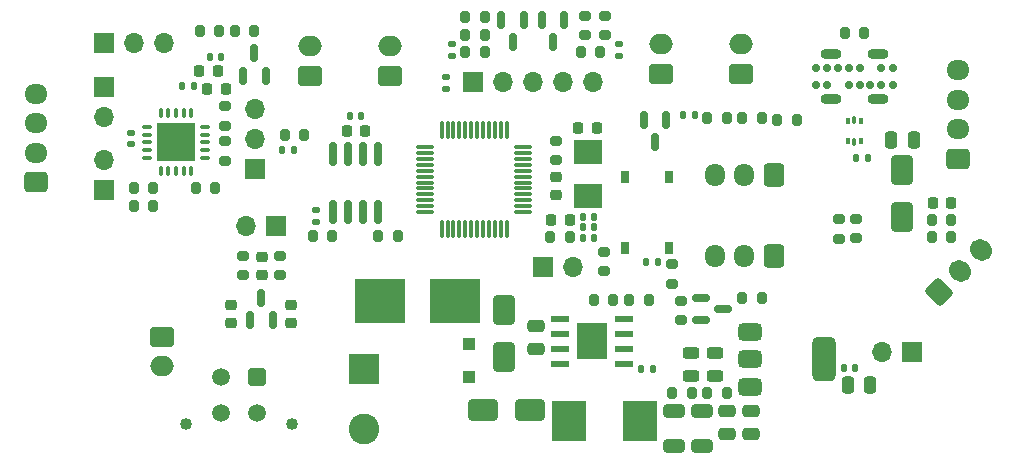
<source format=gbr>
%TF.GenerationSoftware,KiCad,Pcbnew,8.0.2-1*%
%TF.CreationDate,2024-05-27T23:14:56-04:00*%
%TF.ProjectId,checkpoint,63686563-6b70-46f6-996e-742e6b696361,v1.1*%
%TF.SameCoordinates,Original*%
%TF.FileFunction,Soldermask,Top*%
%TF.FilePolarity,Negative*%
%FSLAX46Y46*%
G04 Gerber Fmt 4.6, Leading zero omitted, Abs format (unit mm)*
G04 Created by KiCad (PCBNEW 8.0.2-1) date 2024-05-27 23:14:56*
%MOMM*%
%LPD*%
G01*
G04 APERTURE LIST*
G04 Aperture macros list*
%AMRoundRect*
0 Rectangle with rounded corners*
0 $1 Rounding radius*
0 $2 $3 $4 $5 $6 $7 $8 $9 X,Y pos of 4 corners*
0 Add a 4 corners polygon primitive as box body*
4,1,4,$2,$3,$4,$5,$6,$7,$8,$9,$2,$3,0*
0 Add four circle primitives for the rounded corners*
1,1,$1+$1,$2,$3*
1,1,$1+$1,$4,$5*
1,1,$1+$1,$6,$7*
1,1,$1+$1,$8,$9*
0 Add four rect primitives between the rounded corners*
20,1,$1+$1,$2,$3,$4,$5,0*
20,1,$1+$1,$4,$5,$6,$7,0*
20,1,$1+$1,$6,$7,$8,$9,0*
20,1,$1+$1,$8,$9,$2,$3,0*%
%AMHorizOval*
0 Thick line with rounded ends*
0 $1 width*
0 $2 $3 position (X,Y) of the first rounded end (center of the circle)*
0 $4 $5 position (X,Y) of the second rounded end (center of the circle)*
0 Add line between two ends*
20,1,$1,$2,$3,$4,$5,0*
0 Add two circle primitives to create the rounded ends*
1,1,$1,$2,$3*
1,1,$1,$4,$5*%
G04 Aperture macros list end*
%ADD10RoundRect,0.250000X0.750000X-0.600000X0.750000X0.600000X-0.750000X0.600000X-0.750000X-0.600000X0*%
%ADD11O,2.000000X1.700000*%
%ADD12RoundRect,0.140000X0.140000X0.170000X-0.140000X0.170000X-0.140000X-0.170000X0.140000X-0.170000X0*%
%ADD13RoundRect,0.200000X0.275000X-0.200000X0.275000X0.200000X-0.275000X0.200000X-0.275000X-0.200000X0*%
%ADD14RoundRect,0.250000X0.475000X-0.250000X0.475000X0.250000X-0.475000X0.250000X-0.475000X-0.250000X0*%
%ADD15RoundRect,0.200000X0.200000X0.275000X-0.200000X0.275000X-0.200000X-0.275000X0.200000X-0.275000X0*%
%ADD16R,1.700000X1.700000*%
%ADD17O,1.700000X1.700000*%
%ADD18RoundRect,0.075000X-0.075000X0.337500X-0.075000X-0.337500X0.075000X-0.337500X0.075000X0.337500X0*%
%ADD19RoundRect,0.075000X-0.337500X0.075000X-0.337500X-0.075000X0.337500X-0.075000X0.337500X0.075000X0*%
%ADD20R,3.250000X3.250000*%
%ADD21RoundRect,0.250000X-0.475000X0.250000X-0.475000X-0.250000X0.475000X-0.250000X0.475000X0.250000X0*%
%ADD22RoundRect,0.093750X-0.093750X0.156250X-0.093750X-0.156250X0.093750X-0.156250X0.093750X0.156250X0*%
%ADD23RoundRect,0.075000X-0.075000X0.250000X-0.075000X-0.250000X0.075000X-0.250000X0.075000X0.250000X0*%
%ADD24RoundRect,0.225000X0.225000X0.250000X-0.225000X0.250000X-0.225000X-0.250000X0.225000X-0.250000X0*%
%ADD25RoundRect,0.140000X-0.170000X0.140000X-0.170000X-0.140000X0.170000X-0.140000X0.170000X0.140000X0*%
%ADD26RoundRect,0.250000X0.650000X-1.000000X0.650000X1.000000X-0.650000X1.000000X-0.650000X-1.000000X0*%
%ADD27RoundRect,0.200000X-0.200000X-0.275000X0.200000X-0.275000X0.200000X0.275000X-0.200000X0.275000X0*%
%ADD28RoundRect,0.150000X0.150000X-0.587500X0.150000X0.587500X-0.150000X0.587500X-0.150000X-0.587500X0*%
%ADD29RoundRect,0.243750X-0.456250X0.243750X-0.456250X-0.243750X0.456250X-0.243750X0.456250X0.243750X0*%
%ADD30RoundRect,0.140000X-0.140000X-0.170000X0.140000X-0.170000X0.140000X0.170000X-0.140000X0.170000X0*%
%ADD31RoundRect,0.250000X-0.650000X0.325000X-0.650000X-0.325000X0.650000X-0.325000X0.650000X0.325000X0*%
%ADD32RoundRect,0.250000X-0.750000X0.600000X-0.750000X-0.600000X0.750000X-0.600000X0.750000X0.600000X0*%
%ADD33RoundRect,0.218750X0.218750X0.256250X-0.218750X0.256250X-0.218750X-0.256250X0.218750X-0.256250X0*%
%ADD34RoundRect,0.075000X0.662500X0.075000X-0.662500X0.075000X-0.662500X-0.075000X0.662500X-0.075000X0*%
%ADD35RoundRect,0.075000X0.075000X0.662500X-0.075000X0.662500X-0.075000X-0.662500X0.075000X-0.662500X0*%
%ADD36R,2.600000X2.600000*%
%ADD37C,2.600000*%
%ADD38RoundRect,0.150000X-0.150000X0.587500X-0.150000X-0.587500X0.150000X-0.587500X0.150000X0.587500X0*%
%ADD39RoundRect,0.250000X-0.250000X-0.475000X0.250000X-0.475000X0.250000X0.475000X-0.250000X0.475000X0*%
%ADD40RoundRect,0.225000X-0.250000X0.225000X-0.250000X-0.225000X0.250000X-0.225000X0.250000X0.225000X0*%
%ADD41RoundRect,0.150000X-0.150000X0.825000X-0.150000X-0.825000X0.150000X-0.825000X0.150000X0.825000X0*%
%ADD42RoundRect,0.250000X0.600000X0.725000X-0.600000X0.725000X-0.600000X-0.725000X0.600000X-0.725000X0*%
%ADD43O,1.700000X1.950000*%
%ADD44RoundRect,0.200000X-0.275000X0.200000X-0.275000X-0.200000X0.275000X-0.200000X0.275000X0.200000X0*%
%ADD45R,1.550000X0.600000*%
%ADD46R,2.600000X3.100000*%
%ADD47RoundRect,0.375000X-0.625000X-0.375000X0.625000X-0.375000X0.625000X0.375000X-0.625000X0.375000X0*%
%ADD48RoundRect,0.500000X-0.500000X-1.400000X0.500000X-1.400000X0.500000X1.400000X-0.500000X1.400000X0*%
%ADD49R,4.240000X3.810000*%
%ADD50R,3.000000X3.500000*%
%ADD51RoundRect,0.225000X-0.225000X-0.250000X0.225000X-0.250000X0.225000X0.250000X-0.225000X0.250000X0*%
%ADD52R,2.400000X2.000000*%
%ADD53RoundRect,0.225000X0.250000X-0.225000X0.250000X0.225000X-0.250000X0.225000X-0.250000X-0.225000X0*%
%ADD54RoundRect,0.250000X0.725000X-0.600000X0.725000X0.600000X-0.725000X0.600000X-0.725000X-0.600000X0*%
%ADD55O,1.950000X1.700000*%
%ADD56R,0.750000X1.000000*%
%ADD57RoundRect,0.250000X1.000000X0.650000X-1.000000X0.650000X-1.000000X-0.650000X1.000000X-0.650000X0*%
%ADD58RoundRect,0.150000X-0.150000X-0.150000X0.150000X-0.150000X0.150000X0.150000X-0.150000X0.150000X0*%
%ADD59O,1.800000X0.900000*%
%ADD60RoundRect,0.250000X-0.300000X0.300000X-0.300000X-0.300000X0.300000X-0.300000X0.300000X0.300000X0*%
%ADD61RoundRect,0.150000X-0.587500X-0.150000X0.587500X-0.150000X0.587500X0.150000X-0.587500X0.150000X0*%
%ADD62C,1.020000*%
%ADD63RoundRect,0.250001X0.499999X0.499999X-0.499999X0.499999X-0.499999X-0.499999X0.499999X-0.499999X0*%
%ADD64C,1.500000*%
%ADD65RoundRect,0.250000X0.088388X-0.936916X0.936916X-0.088388X-0.088388X0.936916X-0.936916X0.088388X0*%
%ADD66HorizOval,1.700000X-0.088388X0.088388X0.088388X-0.088388X0*%
G04 APERTURE END LIST*
D10*
%TO.C,J1*%
X27039592Y-7108882D03*
D11*
X27039592Y-4608882D03*
%TD*%
D12*
%TO.C,C5*%
X19479592Y-5488882D03*
X18519592Y-5488882D03*
%TD*%
D13*
%TO.C,R23*%
X71810000Y-20885000D03*
X71810000Y-19235000D03*
%TD*%
D12*
%TO.C,C6*%
X17170000Y-7980000D03*
X16210000Y-7980000D03*
%TD*%
D14*
%TO.C,C27*%
X46140000Y-30208882D03*
X46140000Y-28308882D03*
%TD*%
D15*
%TO.C,R35*%
X55704592Y-26058882D03*
X54054592Y-26058882D03*
%TD*%
D12*
%TO.C,C4*%
X59569592Y-10388882D03*
X58609592Y-10388882D03*
%TD*%
D16*
%TO.C,JP1*%
X24144592Y-19858882D03*
D17*
X21604592Y-19858882D03*
%TD*%
D18*
%TO.C,U1*%
X16979592Y-10285793D03*
X16329592Y-10285793D03*
X15679592Y-10285793D03*
X15029592Y-10285793D03*
X14379592Y-10285793D03*
D19*
X13242092Y-11423293D03*
X13242092Y-12073293D03*
X13242092Y-12723293D03*
X13242092Y-13373293D03*
X13242092Y-14023293D03*
D18*
X14379592Y-15160793D03*
X15029592Y-15160793D03*
X15679592Y-15160793D03*
X16329592Y-15160793D03*
X16979592Y-15160793D03*
D19*
X18117092Y-14023293D03*
X18117092Y-13373293D03*
X18117092Y-12723293D03*
X18117092Y-12073293D03*
X18117092Y-11423293D03*
D20*
X15679592Y-12723293D03*
%TD*%
D15*
%TO.C,R10*%
X41805000Y-2147500D03*
X40155000Y-2147500D03*
%TD*%
D21*
%TO.C,C30*%
X62349592Y-35498882D03*
X62349592Y-37398882D03*
%TD*%
D15*
%TO.C,R13*%
X18985000Y-16560000D03*
X17335000Y-16560000D03*
%TD*%
D13*
%TO.C,R20*%
X24469592Y-24003882D03*
X24469592Y-22353882D03*
%TD*%
%TO.C,R26*%
X57620000Y-24725000D03*
X57620000Y-23075000D03*
%TD*%
%TO.C,R7*%
X50260000Y-3675000D03*
X50260000Y-2025000D03*
%TD*%
D22*
%TO.C,U4*%
X73632092Y-10948882D03*
D23*
X73094592Y-10873882D03*
D22*
X72557092Y-10948882D03*
X72557092Y-12648882D03*
D23*
X73094592Y-12723882D03*
D22*
X73632092Y-12648882D03*
%TD*%
D24*
%TO.C,C20*%
X51289592Y-11553882D03*
X49739592Y-11553882D03*
%TD*%
D25*
%TO.C,C3*%
X53180000Y-4430000D03*
X53180000Y-5390000D03*
%TD*%
D26*
%TO.C,D10*%
X43400000Y-30907500D03*
X43400000Y-26907500D03*
%TD*%
D12*
%TO.C,C1*%
X25619592Y-13380000D03*
X24659592Y-13380000D03*
%TD*%
D25*
%TO.C,C7*%
X11844592Y-11908882D03*
X11844592Y-12868882D03*
%TD*%
D27*
%TO.C,R8*%
X63624592Y-10648882D03*
X65274592Y-10648882D03*
%TD*%
D24*
%TO.C,C8*%
X31668668Y-11746607D03*
X30118668Y-11746607D03*
%TD*%
D28*
%TO.C,D5*%
X21944592Y-27771382D03*
X23844592Y-27771382D03*
X22894592Y-25896382D03*
%TD*%
D29*
%TO.C,D8*%
X61280000Y-30602500D03*
X61280000Y-32477500D03*
%TD*%
D30*
%TO.C,C18*%
X50110000Y-20860000D03*
X51070000Y-20860000D03*
%TD*%
D31*
%TO.C,C31*%
X60194592Y-35508882D03*
X60194592Y-38458882D03*
%TD*%
D10*
%TO.C,J2*%
X33824592Y-7108882D03*
D11*
X33824592Y-4608882D03*
%TD*%
D15*
%TO.C,R34*%
X62305000Y-33950000D03*
X60655000Y-33950000D03*
%TD*%
D32*
%TO.C,J10*%
X14515000Y-29190000D03*
D11*
X14515000Y-31690000D03*
%TD*%
D31*
%TO.C,C32*%
X57869592Y-35508882D03*
X57869592Y-38458882D03*
%TD*%
D33*
%TO.C,L2*%
X48987092Y-19278882D03*
X47412092Y-19278882D03*
%TD*%
D15*
%TO.C,R6*%
X41795000Y-3607500D03*
X40145000Y-3607500D03*
%TD*%
D13*
%TO.C,R21*%
X21369592Y-23983882D03*
X21369592Y-22333882D03*
%TD*%
D34*
%TO.C,U3*%
X45067092Y-18641382D03*
X45067092Y-18141382D03*
X45067092Y-17641382D03*
X45067092Y-17141382D03*
X45067092Y-16641382D03*
X45067092Y-16141382D03*
X45067092Y-15641382D03*
X45067092Y-15141382D03*
X45067092Y-14641382D03*
X45067092Y-14141382D03*
X45067092Y-13641382D03*
X45067092Y-13141382D03*
D35*
X43654592Y-11728882D03*
X43154592Y-11728882D03*
X42654592Y-11728882D03*
X42154592Y-11728882D03*
X41654592Y-11728882D03*
X41154592Y-11728882D03*
X40654592Y-11728882D03*
X40154592Y-11728882D03*
X39654592Y-11728882D03*
X39154592Y-11728882D03*
X38654592Y-11728882D03*
X38154592Y-11728882D03*
D34*
X36742092Y-13141382D03*
X36742092Y-13641382D03*
X36742092Y-14141382D03*
X36742092Y-14641382D03*
X36742092Y-15141382D03*
X36742092Y-15641382D03*
X36742092Y-16141382D03*
X36742092Y-16641382D03*
X36742092Y-17141382D03*
X36742092Y-17641382D03*
X36742092Y-18141382D03*
X36742092Y-18641382D03*
D35*
X38154592Y-20053882D03*
X38654592Y-20053882D03*
X39154592Y-20053882D03*
X39654592Y-20053882D03*
X40154592Y-20053882D03*
X40654592Y-20053882D03*
X41154592Y-20053882D03*
X41654592Y-20053882D03*
X42154592Y-20053882D03*
X42654592Y-20053882D03*
X43154592Y-20053882D03*
X43654592Y-20053882D03*
%TD*%
D15*
%TO.C,R28*%
X59345000Y-33950000D03*
X57695000Y-33950000D03*
%TD*%
D13*
%TO.C,R25*%
X51930000Y-23645000D03*
X51930000Y-21995000D03*
%TD*%
D15*
%TO.C,R29*%
X49024592Y-20738882D03*
X47374592Y-20738882D03*
%TD*%
D29*
%TO.C,D6*%
X59230000Y-30602500D03*
X59230000Y-32477500D03*
%TD*%
D15*
%TO.C,R12*%
X68235000Y-10830000D03*
X66585000Y-10830000D03*
%TD*%
D36*
%TO.C,J18*%
X31625000Y-31955000D03*
D37*
X31625000Y-37035000D03*
%TD*%
D15*
%TO.C,R31*%
X65275000Y-25900000D03*
X63625000Y-25900000D03*
%TD*%
D27*
%TO.C,R24*%
X79675000Y-20750000D03*
X81325000Y-20750000D03*
%TD*%
D13*
%TO.C,R11*%
X51980000Y-3665000D03*
X51980000Y-2015000D03*
%TD*%
D15*
%TO.C,R33*%
X73925000Y-3520000D03*
X72275000Y-3520000D03*
%TD*%
%TO.C,R5*%
X22284592Y-3268882D03*
X20634592Y-3268882D03*
%TD*%
D26*
%TO.C,D7*%
X77140000Y-19090000D03*
X77140000Y-15090000D03*
%TD*%
D38*
%TO.C,D2*%
X45120000Y-2400000D03*
X43220000Y-2400000D03*
X44170000Y-4275000D03*
%TD*%
D39*
%TO.C,C25*%
X72530000Y-33270000D03*
X74430000Y-33270000D03*
%TD*%
D40*
%TO.C,C17*%
X47839592Y-15653882D03*
X47839592Y-17203882D03*
%TD*%
D12*
%TO.C,C14*%
X56460000Y-22880000D03*
X55500000Y-22880000D03*
%TD*%
D41*
%TO.C,U2*%
X32765000Y-13705000D03*
X31495000Y-13705000D03*
X30225000Y-13705000D03*
X28955000Y-13705000D03*
X28955000Y-18655000D03*
X30225000Y-18655000D03*
X31495000Y-18655000D03*
X32765000Y-18655000D03*
%TD*%
D16*
%TO.C,JP2*%
X77953454Y-30490000D03*
D17*
X75413454Y-30490000D03*
%TD*%
D38*
%TO.C,D3*%
X48522500Y-2392500D03*
X46622500Y-2392500D03*
X47572500Y-4267500D03*
%TD*%
D16*
%TO.C,J8*%
X9539592Y-16788882D03*
D17*
X9539592Y-14248882D03*
%TD*%
D30*
%TO.C,C24*%
X73279592Y-14038882D03*
X74239592Y-14038882D03*
%TD*%
D42*
%TO.C,J15*%
X66300000Y-22320000D03*
D43*
X63800000Y-22320000D03*
X61300000Y-22320000D03*
%TD*%
D25*
%TO.C,C10*%
X27544592Y-18478882D03*
X27544592Y-19438882D03*
%TD*%
D44*
%TO.C,R22*%
X73270000Y-19225000D03*
X73270000Y-20875000D03*
%TD*%
D13*
%TO.C,R17*%
X19830000Y-11315000D03*
X19830000Y-9665000D03*
%TD*%
D45*
%TO.C,U6*%
X53579592Y-31483882D03*
X53579592Y-30213882D03*
X53579592Y-28943882D03*
X53579592Y-27673882D03*
X48179592Y-27673882D03*
X48179592Y-28943882D03*
X48179592Y-30213882D03*
X48179592Y-31483882D03*
D46*
X50879592Y-29578882D03*
%TD*%
D30*
%TO.C,C22*%
X50110000Y-19020000D03*
X51070000Y-19020000D03*
%TD*%
D47*
%TO.C,U5*%
X64229592Y-28818882D03*
X64229592Y-31118882D03*
D48*
X70529592Y-31118882D03*
D47*
X64229592Y-33418882D03*
%TD*%
D16*
%TO.C,J16*%
X40810000Y-7630000D03*
D17*
X43350000Y-7630000D03*
X45890000Y-7630000D03*
X48430000Y-7630000D03*
X50970000Y-7630000D03*
%TD*%
D16*
%TO.C,J6*%
X9534592Y-4358882D03*
D17*
X12074592Y-4358882D03*
X14614592Y-4358882D03*
%TD*%
D30*
%TO.C,C26*%
X72210000Y-31820000D03*
X73170000Y-31820000D03*
%TD*%
D10*
%TO.C,J3*%
X56739592Y-6908882D03*
D11*
X56739592Y-4408882D03*
%TD*%
D39*
%TO.C,C23*%
X76240000Y-12550000D03*
X78140000Y-12550000D03*
%TD*%
D15*
%TO.C,R18*%
X34435000Y-20650000D03*
X32785000Y-20650000D03*
%TD*%
D21*
%TO.C,C29*%
X64319592Y-35498882D03*
X64319592Y-37398882D03*
%TD*%
D44*
%TO.C,R16*%
X19844592Y-12625000D03*
X19844592Y-14275000D03*
%TD*%
D49*
%TO.C,F1*%
X39275000Y-26140000D03*
X32905000Y-26140000D03*
%TD*%
D16*
%TO.C,J5*%
X9549592Y-8019471D03*
D17*
X9549592Y-10559471D03*
%TD*%
D44*
%TO.C,R32*%
X47839592Y-12603882D03*
X47839592Y-14253882D03*
%TD*%
D50*
%TO.C,L3*%
X48940000Y-36330000D03*
X54940000Y-36330000D03*
%TD*%
D30*
%TO.C,C28*%
X55079592Y-31958882D03*
X56039592Y-31958882D03*
%TD*%
D51*
%TO.C,C15*%
X79725000Y-17830000D03*
X81275000Y-17830000D03*
%TD*%
D16*
%TO.C,J11*%
X46719592Y-23278882D03*
D17*
X49259592Y-23278882D03*
%TD*%
D52*
%TO.C,Y1*%
X50539592Y-17278882D03*
X50539592Y-13578882D03*
%TD*%
D25*
%TO.C,C19*%
X38540000Y-7220000D03*
X38540000Y-8180000D03*
%TD*%
D53*
%TO.C,C13*%
X20309592Y-28043882D03*
X20309592Y-26493882D03*
%TD*%
D27*
%TO.C,R2*%
X40145000Y-5087500D03*
X41795000Y-5087500D03*
%TD*%
D28*
%TO.C,D1*%
X21359592Y-7086382D03*
X23259592Y-7086382D03*
X22309592Y-5211382D03*
%TD*%
D30*
%TO.C,C21*%
X50120000Y-19940000D03*
X51080000Y-19940000D03*
%TD*%
D15*
%TO.C,R3*%
X51595000Y-5060000D03*
X49945000Y-5060000D03*
%TD*%
D42*
%TO.C,J14*%
X66290000Y-15535000D03*
D43*
X63790000Y-15535000D03*
X61290000Y-15535000D03*
%TD*%
D24*
%TO.C,C16*%
X19204592Y-6678882D03*
X17654592Y-6678882D03*
%TD*%
D54*
%TO.C,J7*%
X3790000Y-16110000D03*
D55*
X3790000Y-13610000D03*
X3790000Y-11110000D03*
X3790000Y-8610000D03*
%TD*%
D27*
%TO.C,R4*%
X60654592Y-10648882D03*
X62304592Y-10648882D03*
%TD*%
D56*
%TO.C,SW1*%
X53665000Y-21668882D03*
X53665000Y-15668882D03*
X57415000Y-21668882D03*
X57415000Y-15668882D03*
%TD*%
D15*
%TO.C,R36*%
X52704592Y-26058882D03*
X51054592Y-26058882D03*
%TD*%
D44*
%TO.C,R30*%
X58400000Y-26165000D03*
X58400000Y-27815000D03*
%TD*%
D40*
%TO.C,C12*%
X25369592Y-26483882D03*
X25369592Y-28033882D03*
%TD*%
D33*
%TO.C,L1*%
X19885000Y-8260000D03*
X18310000Y-8260000D03*
%TD*%
D25*
%TO.C,C2*%
X39030000Y-4440000D03*
X39030000Y-5400000D03*
%TD*%
D38*
%TO.C,D4*%
X57160000Y-10842500D03*
X55260000Y-10842500D03*
X56210000Y-12717500D03*
%TD*%
D54*
%TO.C,J13*%
X81840000Y-14140000D03*
D55*
X81840000Y-11640000D03*
X81840000Y-9140000D03*
X81840000Y-6640000D03*
%TD*%
D27*
%TO.C,R15*%
X12069592Y-16583882D03*
X13719592Y-16583882D03*
%TD*%
D40*
%TO.C,C11*%
X22919592Y-22403882D03*
X22919592Y-23953882D03*
%TD*%
D15*
%TO.C,R19*%
X28915000Y-20630000D03*
X27265000Y-20630000D03*
%TD*%
D57*
%TO.C,D11*%
X45640000Y-35410000D03*
X41640000Y-35410000D03*
%TD*%
D12*
%TO.C,C9*%
X31324592Y-10533882D03*
X30364592Y-10533882D03*
%TD*%
D58*
%TO.C,J17*%
X69840000Y-6450000D03*
X70790000Y-6450000D03*
X71740000Y-6450000D03*
X72640000Y-6450000D03*
X73540000Y-6450000D03*
X75390000Y-6450000D03*
X76340000Y-6450000D03*
X76340000Y-7850000D03*
X75390000Y-7850000D03*
X74440000Y-7850000D03*
X73540000Y-7850000D03*
X72640000Y-7850000D03*
X70790000Y-7850000D03*
X69840000Y-7850000D03*
D59*
X71090000Y-5220000D03*
X71090000Y-9080000D03*
X75090000Y-5220000D03*
X75090000Y-9080000D03*
%TD*%
D15*
%TO.C,R27*%
X81325000Y-19290000D03*
X79675000Y-19290000D03*
%TD*%
%TO.C,R1*%
X26505000Y-12130000D03*
X24855000Y-12130000D03*
%TD*%
D16*
%TO.C,J9*%
X22379592Y-14958882D03*
D17*
X22379592Y-12418882D03*
X22379592Y-9878882D03*
%TD*%
D27*
%TO.C,R14*%
X12069592Y-18083882D03*
X13719592Y-18083882D03*
%TD*%
D60*
%TO.C,D9*%
X40440000Y-29772500D03*
X40440000Y-32572500D03*
%TD*%
D27*
%TO.C,R9*%
X17665000Y-3270000D03*
X19315000Y-3270000D03*
%TD*%
D61*
%TO.C,Q1*%
X60112500Y-25920000D03*
X60112500Y-27820000D03*
X61987500Y-26870000D03*
%TD*%
D10*
%TO.C,J4*%
X63509592Y-6908882D03*
D11*
X63509592Y-4408882D03*
%TD*%
D62*
%TO.C,J19*%
X25519592Y-36578882D03*
X16519592Y-36578882D03*
D63*
X22519592Y-32638882D03*
D64*
X19519592Y-32638882D03*
X22519592Y-35638882D03*
X19519592Y-35638882D03*
%TD*%
D65*
%TO.C,J12*%
X80271752Y-25377286D03*
D66*
X82039519Y-23609519D03*
X83807286Y-21841752D03*
%TD*%
M02*

</source>
